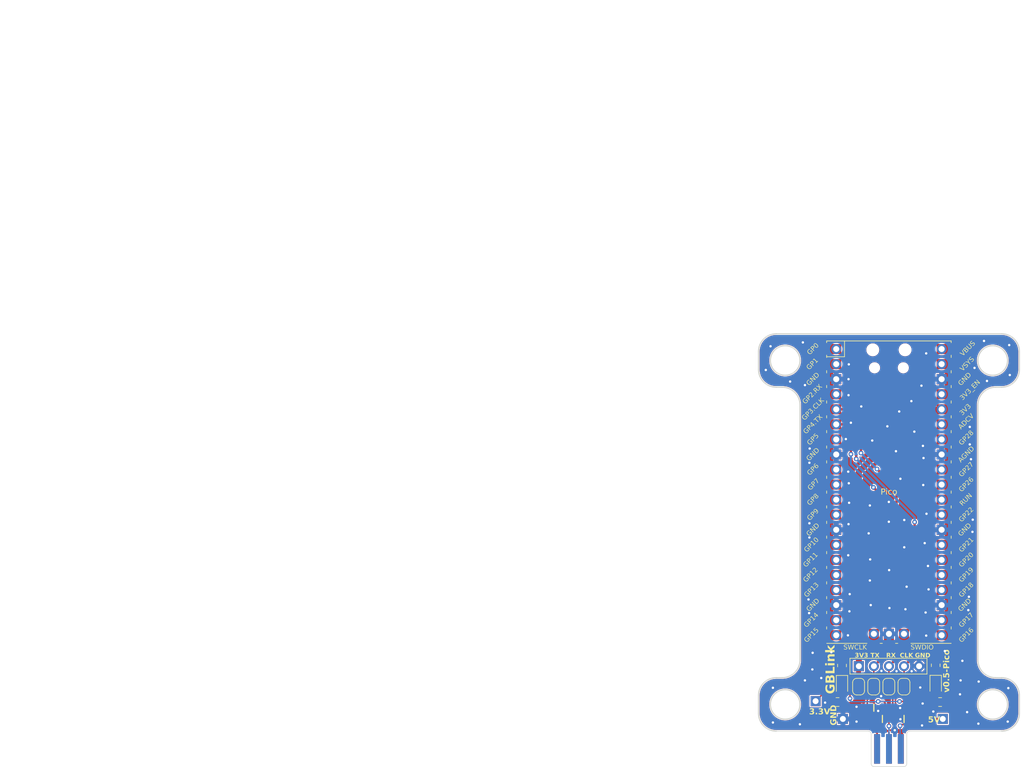
<source format=kicad_pcb>
(kicad_pcb (version 20241030) (generator "pcbnew") (generator_version "8.99")
  (layers (0 "F.Cu" signal) (2 "B.Cu" signal) (13 "F.Paste" user) (15 "B.Paste" user) (5 "F.SilkS" user "F.Silkscreen") (7 "B.SilkS" user "B.Silkscreen") (1 "F.Mask" user) (3 "B.Mask" user) (25 "Edge.Cuts" user) (39 "User.1" signal) (41 "User.2" signal) (43 "User.3" signal) (45 "User.4" signal) (47 "User.5" signal) (49 "User.6" signal) (51 "User.7" signal) (53 "User.8" signal) (55 "User.9" signal "plugins.config"))
  (net 0 "")
  (net 1 "Net-(D1-K)")
  (net 2 "GND")
  (net 3 "+5V")
  (net 4 "+3V3")
  (net 7 "Net-(D2-K)")
  (net 9 "CLK_3V3")
  (net 10 "TX_3V3")
  (net 11 "RX_3V3")
  (net 12 "TX_5V")
  (net 13 "CLK_5V")
  (net 14 "RX_5V")
  (net 45 "Net-(J1-Pin_1)")
  (net 46 "Net-(J1-Pin_3)")
  (net 47 "Net-(J1-Pin_2)")
  (net 48 "Net-(J1-Pin_4)")
  (footprint "Capacitor_SMD:C_0805_2012Metric" (layer "F.Cu") (at 141.25 118.1 180)
    (property "Reference" "C2" (hide yes))
    (property "Value" "C" (hide yes))
    (pad "1" smd roundrect (at -0.95 0 180) (size 1 1.45) (layers "F.Cu" "F.Mask" "F.Paste") (net 4 "+3V3"))
    (pad "2" smd roundrect (at 0.95 0 180) (size 1 1.45) (layers "F.Cu" "F.Mask" "F.Paste") (net 2 "GND"))
  )
  (footprint "Resistor_SMD:R_0805_2012Metric" (layer "F.Cu") (at 142 111.9375 90)
    (property "Reference" "R4" (hide yes))
    (property "Value" "R" (hide yes))
    (pad "1" smd roundrect (at -0.9125 0 90) (size 1.025 1.4) (layers "F.Cu" "F.Mask" "F.Paste") (roundrect_rratio 0.243902) (net 7 "Net-(D2-K)"))
    (pad "2" smd roundrect (at 0.9125 0 90) (size 1.025 1.4) (layers "F.Cu" "F.Mask" "F.Paste") (roundrect_rratio 0.243902) (net 2 "GND"))
  )
  (footprint "gb-link-socket:gb-link-socket" (layer "F.Cu") (at 149.92132 126)
    (property "Reference" "GB1" (hide yes))
    (property "Value" "gb-link-socket" (hide yes))
    (pad "1" connect rect (at -2 0) (size 1 5) (layers "B.Cu" "B.Mask"))
    (pad "2" connect rect (at -2 0) (size 1 5) (layers "F.Cu" "F.Mask") (net 12 "TX_5V"))
    (pad "3" connect rect (at 0 0) (size 1 5) (layers "B.Cu" "B.Mask") (net 14 "RX_5V"))
    (pad "4" connect rect (at 0 0) (size 1 5) (layers "F.Cu" "F.Mask") (net 3 "+5V"))
    (pad "5" connect rect (at 2 0) (size 1 5) (layers "B.Cu" "B.Mask") (net 13 "CLK_5V"))
    (pad "6" connect rect (at 2 0) (size 1 5) (layers "F.Cu" "F.Mask") (net 2 "GND"))
  )
  (footprint "Jumper:SolderJumper-2_P1.3mm_Open_RoundedPad1.0x1.5mm" (layer "F.Cu") (at 144.8 115.5 90)
    (property "Reference" "JP1" (hide yes))
    (property "Value" "SolderJumper_2_Open" (hide yes))
    (pad "1" smd custom (at -0.65 0 90) (size 1 0.5) (layers "F.Cu" "F.Mask") (net 4 "+3V3") (options (clearance outline) (anchor rect)) (primitives (gr_circle (center 0 0.25) (end 0.5 0.25) (width 0) (fill yes)) (gr_circle (center 0 -0.25) (end 0.5 -0.25) (width 0) (fill yes)) (gr_poly (pts (xy 0.5 0.75) (xy 0 0.75) (xy 0 -0.75) (xy 0.5 -0.75)) (width 0) (fill yes))))
    (pad "2" smd custom (at 0.65 0 90) (size 1 0.5) (layers "F.Cu" "F.Mask") (net 45 "Net-(J1-Pin_1)") (options (clearance outline) (anchor rect)) (primitives (gr_circle (center 0 0.25) (end 0.5 0.25) (width 0) (fill yes)) (gr_circle (center 0 -0.25) (end 0.5 -0.25) (width 0) (fill yes)) (gr_poly (pts (xy 0 0.75) (xy -0.5 0.75) (xy -0.5 -0.75) (xy 0 -0.75)) (width 0) (fill yes))))
  )
  (footprint "SN74LVC:SOT65P210X110-5N" (layer "F.Cu") (at 146.265833 120 -90)
    (property "Reference" "U1" (hide yes))
    (property "Value" "SN74LVC1G17QDCKRQ1" (hide yes))
    (pad "1" smd rect (at -0.95 -0.65) (size 0.4 1.2) (layers "F.Cu" "F.Mask" "F.Paste"))
    (pad "2" smd rect (at -0.95 0) (size 0.4 1.2) (layers "F.Cu" "F.Mask" "F.Paste") (net 10 "TX_3V3"))
    (pad "3" smd rect (at -0.95 0.65) (size 0.4 1.2) (layers "F.Cu" "F.Mask" "F.Paste") (net 2 "GND"))
    (pad "4" smd rect (at 0.95 0.65) (size 0.4 1.2) (layers "F.Cu" "F.Mask" "F.Paste") (net 12 "TX_5V"))
    (pad "5" smd rect (at 0.95 -0.65) (size 0.4 1.2) (layers "F.Cu" "F.Mask" "F.Paste") (net 3 "+5V"))
  )
  (footprint "Connector_PinHeader_2.54mm:PinHeader_1x01_P2.54mm_Vertical" (layer "F.Cu") (at 142.15 120.95)
    (property "Reference" "TP2" (hide yes))
    (property "Value" "TestPoint" (hide yes))
    (pad "1" thru_hole rect (at 0 0) (size 1.7 1.7) (drill 1) (layers "*.Cu" "*.Mask") (net 2 "GND"))
  )
  (footprint "LED_SMD:LED_0805_2012Metric" (layer "F.Cu") (at 157.8 115.275 -90)
    (property "Reference" "D1" (hide yes))
    (property "Value" "LED" (hide yes))
    (pad "1" smd roundrect (at -0.9375 0 270) (size 0.975 1.4) (layers "F.Cu" "F.Mask" "F.Paste") (net 1 "Net-(D1-K)"))
    (pad "2" smd roundrect (at 0.9375 0 270) (size 0.975 1.4) (layers "F.Cu" "F.Mask" "F.Paste") (net 3 "+5V"))
  )
  (footprint "Connector_PinHeader_2.54mm:PinHeader_1x01_P2.54mm_Vertical" (layer "F.Cu") (at 159 120.95)
    (property "Reference" "TP1" (hide yes))
    (property "Value" "TestPoint" (hide yes))
    (pad "1" thru_hole rect (at 0 0) (size 1.7 1.7) (drill 1) (layers "*.Cu" "*.Mask") (net 3 "+5V"))
  )
  (footprint "Jumper:SolderJumper-2_P1.3mm_Open_RoundedPad1.0x1.5mm" (layer "F.Cu") (at 147.35 115.5 90)
    (property "Reference" "JP2" (hide yes))
    (property "Value" "SolderJumper_2_Open" (hide yes))
    (pad "1" smd custom (at -0.65 0 90) (size 1 0.5) (layers "F.Cu" "F.Mask") (net 10 "TX_3V3") (options (clearance outline) (anchor rect)) (primitives (gr_circle (center 0 0.25) (end 0.5 0.25) (width 0) (fill yes)) (gr_circle (center 0 -0.25) (end 0.5 -0.25) (width 0) (fill yes)) (gr_poly (pts (xy 0.5 0.75) (xy 0 0.75) (xy 0 -0.75) (xy 0.5 -0.75)) (width 0) (fill yes))))
    (pad "2" smd custom (at 0.65 0 90) (size 1 0.5) (layers "F.Cu" "F.Mask") (net 47 "Net-(J1-Pin_2)") (options (clearance outline) (anchor rect)) (primitives (gr_circle (center 0 0.25) (end 0.5 0.25) (width 0) (fill yes)) (gr_circle (center 0 -0.25) (end 0.5 -0.25) (width 0) (fill yes)) (gr_poly (pts (xy 0 0.75) (xy -0.5 0.75) (xy -0.5 -0.75) (xy 0 -0.75)) (width 0) (fill yes))))
  )
  (footprint "MCU_RaspberryPi_and_Boards:RPi_Pico_SMD_TH" (layer "F.Cu") (at 149.915833 82.7)
    (property "Reference" "Pico" (at 0 0 0) (layer "F.SilkS"))
    (property "Value" "Pico")
    (fp_text user "GP11" (at -13.2 11.43 45) (layer "F.SilkS") (effects (font (size 0.8 0.8))))
    (fp_text user "GND" (at 12.8 -19.05 45) (layer "F.SilkS") (effects (font (size 0.8 0.8))))
    (fp_text user "VSYS" (at 13.2 -21.59 45) (layer "F.SilkS") (effects (font (size 0.8 0.8))))
    (fp_text user "GND" (at 12.8 19.05 45) (layer "F.SilkS") (effects (font (size 0.8 0.8))))
    (fp_text user "GP28" (at 13.054 -9.144 45) (layer "F.SilkS") (effects (font (size 0.8 0.8))))
    (fp_text user "GP13" (at -13.054 16.51 45) (layer "F.SilkS") (effects (font (size 0.8 0.8))))
    (fp_text user "GP27" (at 13.054 -3.8 45) (layer "F.SilkS") (effects (font (size 0.8 0.8))))
    (fp_text user "GP26" (at 13.054 -1.27 45) (layer "F.SilkS") (effects (font (size 0.8 0.8))))
    (fp_text user "GND" (at 12.8 6.35 45) (layer "F.SilkS") (effects (font (size 0.8 0.8))))
    (fp_text user "GP12" (at -13.2 13.97 45) (layer "F.SilkS") (effects (font (size 0.8 0.8))))
    (fp_text user "GND" (at -12.8 19.05 45) (layer "F.SilkS") (effects (font (size 0.8 0.8))))
    (fp_text user "GP4.TX" (at -12.8 -11.43 45) (layer "F.SilkS") (effects (font (size 0.8 0.8))))
    (fp_text user "GP22" (at 13.054 3.81 45) (layer "F.SilkS") (effects (font (size 0.8 0.8))))
    (fp_text user "ADCV" (at 13.034167 -11.9 45) (layer "F.SilkS") (effects (font (size 0.8 0.8))))
    (fp_text user "GP1" (at -12.9 -21.6 45) (layer "F.SilkS") (effects (font (size 0.8 0.8))))
    (fp_text user "GP2.RX" (at -12.9 -16.51 45) (layer "F.SilkS") (effects (font (size 0.8 0.8))))
    (fp_text user "GND" (at -12.8 6.35 45) (layer "F.SilkS") (effects (font (size 0.8 0.8))))
    (fp_text user "3V3" (at 12.9 -13.9 45) (layer "F.SilkS") (effects (font (size 0.8 0.8))))
    (fp_text user "AGND" (at 13.054 -6.35 45) (layer "F.SilkS") (effects (font (size 0.8 0.8))))
    (fp_text user "VBUS" (at 13.3 -24.2 45) (layer "F.SilkS") (effects (font (size 0.8 0.8))))
    (fp_text user "GP7" (at -12.7 -1.3 45) (layer "F.SilkS") (effects (font (size 0.8 0.8))))
    (fp_text user "GP16" (at 13.054 24.13 45) (layer "F.SilkS") (effects (font (size 0.8 0.8))))
    (fp_text user "3V3_EN" (at 13.7 -17.2 45) (layer "F.SilkS") (effects (font (size 0.8 0.8))))
    (fp_text user "GP18" (at 13.054 16.51 45) (layer "F.SilkS") (effects (font (size 0.8 0.8))))
    (fp_text user "GND" (at -12.8 -19.05 45) (layer "F.SilkS") (effects (font (size 0.8 0.8))))
    (fp_text user "GP10" (at -13.054 8.89 45) (layer "F.SilkS") (effects (font (size 0.8 0.8))))
    (fp_text user "GP17" (at 13.054 21.59 45) (layer "F.SilkS") (effects (font (size 0.8 0.8))))
    (fp_text user "GP19" (at 13.054 13.97 45) (layer "F.SilkS") (effects (font (size 0.8 0.8))))
    (fp_text user "SWCLK" (at -5.7 26.2 0) (layer "F.SilkS") (effects (font (size 0.8 0.8))))
    (fp_text user "GP20" (at 13.054 11.43 45) (layer "F.SilkS") (effects (font (size 0.8 0.8))))
    (fp_text user "GP3.CLK" (at -12.8 -13.97 45) (layer "F.SilkS") (effects (font (size 0.8 0.8))))
    (fp_text user "GP21" (at 13.054 8.9 45) (layer "F.SilkS") (effects (font (size 0.8 0.8))))
    (fp_text user "RUN" (at 13 1.27 45) (layer "F.SilkS") (effects (font (size 0.8 0.8))))
    (fp_text user "GP6" (at -12.8 -3.81 45) (layer "F.SilkS") (effects (font (size 0.8 0.8))))
    (fp_text user "GND" (at -12.8 -6.35 45) (layer "F.SilkS") (effects (font (size 0.8 0.8))))
    (fp_text user "SWDIO" (at 5.6 26.2 0) (layer "F.SilkS") (effects (font (size 0.8 0.8))))
    (fp_text user "GP9" (at -12.8 3.81 45) (layer "F.SilkS") (effects (font (size 0.8 0.8))))
    (fp_text user "GP8" (at -12.8 1.27 45) (layer "F.SilkS") (effects (font (size 0.8 0.8))))
    (fp_text user "GP14" (at -13.1 21.59 45) (layer "F.SilkS") (effects (font (size 0.8 0.8))))
    (fp_text user "GP15" (at -13.054 24.13 45) (layer "F.SilkS") (effects (font (size 0.8 0.8))))
    (fp_text user "GP5" (at -12.8 -8.89 45) (layer "F.SilkS") (effects (font (size 0.8 0.8))))
    (fp_text user "GP0" (at -12.8 -24.13 45) (layer "F.SilkS") (effects (font (size 0.8 0.8))))
    (pad "" np_thru_hole oval (at -2.725 -24) (size 1.8 1.8) (drill 1.8) (layers "*.Cu" "*.Mask"))
    (pad "" np_thru_hole oval (at -2.425 -20.97) (size 1.5 1.5) (drill 1.5) (layers "*.Cu" "*.Mask"))
    (pad "" np_thru_hole oval (at 2.425 -20.97) (size 1.5 1.5) (drill 1.5) (layers "*.Cu" "*.Mask"))
    (pad "" np_thru_hole oval (at 2.725 -24) (size 1.8 1.8) (drill 1.8) (layers "*.Cu" "*.Mask"))
    (pad "1" thru_hole oval (at -8.89 -24.13) (size 1.7 1.7) (drill 1.02) (layers "*.Cu" "*.Mask"))
    (pad "1" smd rect (at -8.89 -24.13) (size 3.5 1.7) (drill (offset -0.9 0)) (layers "F.Cu" "F.Mask"))
    (pad "2" thru_hole oval (at -8.89 -21.59) (size 1.7 1.7) (drill 1.02) (layers "*.Cu" "*.Mask"))
    (pad "2" smd rect (at -8.89 -21.59) (size 3.5 1.7) (drill (offset -0.9 0)) (layers "F.Cu" "F.Mask"))
    (pad "3" thru_hole rect (at -8.89 -19.05) (size 1.7 1.7) (drill 1.02) (layers "*.Cu" "*.Mask") (net 2 "GND"))
    (pad "3" smd rect (at -8.89 -19.05) (size 3.5 1.7) (drill (offset -0.9 0)) (layers "F.Cu" "F.Mask") (net 2 "GND"))
    (pad "4" thru_hole oval (at -8.89 -16.51) (size 1.7 1.7) (drill 1.02) (layers "*.Cu" "*.Mask") (net 46 "Net-(J1-Pin_3)"))
    (pad "4" smd rect (at -8.89 -16.51) (size 3.5 1.7) (drill (offset -0.9 0)) (layers "F.Cu" "F.Mask") (net 46 "Net-(J1-Pin_3)"))
    (pad "5" thru_hole oval (at -8.89 -13.97) (size 1.7 1.7) (drill 1.02) (layers "*.Cu" "*.Mask") (net 48 "Net-(J1-Pin_4)"))
    (pad "5" smd rect (at -8.89 -13.97) (size 3.5 1.7) (drill (offset -0.9 0)) (layers "F.Cu" "F.Mask") (net 48 "Net-(J1-Pin_4)"))
    (pad "6" thru_hole oval (at -8.89 -11.43) (size 1.7 1.7) (drill 1.02) (layers "*.Cu" "*.Mask") (net 47 "Net-(J1-Pin_2)"))
    (pad "6" smd rect (at -8.89 -11.43) (size 3.5 1.7) (drill (offset -0.9 0)) (layers "F.Cu" "F.Mask") (net 47 "Net-(J1-Pin_2)"))
    (pad "7" thru_hole oval (at -8.89 -8.89) (size 1.7 1.7) (drill 1.02) (layers "*.Cu" "*.Mask"))
    (pad "7" smd rect (at -8.89 -8.89) (size 3.5 1.7) (drill (offset -0.9 0)) (layers "F.Cu" "F.Mask"))
    (pad "8" thru_hole rect (at -8.89 -6.35) (size 1.7 1.7) (drill 1.02) (layers "*.Cu" "*.Mask") (net 2 "GND"))
    (pad "8" smd rect (at -8.89 -6.35) (size 3.5 1.7) (drill (offset -0.9 0)) (layers "F.Cu" "F.Mask") (net 2 "GND"))
    (pad "9" thru_hole oval (at -8.89 -3.81) (size 1.7 1.7) (drill 1.02) (layers "*.Cu" "*.Mask"))
    (pad "9" smd rect (at -8.89 -3.81) (size 3.5 1.7) (drill (offset -0.9 0)) (layers "F.Cu" "F.Mask"))
    (pad "10" thru_hole oval (at -8.89 -1.27) (size 1.7 1.7) (drill 1.02) (layers "*.Cu" "*.Mask"))
    (pad "10" smd rect (at -8.89 -1.27) (size 3.5 1.7) (drill (offset -0.9 0)) (layers "F.Cu" "F.Mask"))
    (pad "11" thru_hole oval (at -8.89 1.27) (size 1.7 1.7) (drill 1.02) (layers "*.Cu" "*.Mask"))
    (pad "11" smd rect (at -8.89 1.27) (size 3.5 1.7) (drill (offset -0.9 0)) (layers "F.Cu" "F.Mask"))
    (pad "12" thru_hole oval (at -8.89 3.81) (size 1.7 1.7) (drill 1.02) (layers "*.Cu" "*.Mask"))
    (pad "12" smd rect (at -8.89 3.81) (size 3.5 1.7) (drill (offset -0.9 0)) (layers "F.Cu" "F.Mask"))
    (pad "13" thru_hole rect (at -8.89 6.35) (size 1.7 1.7) (drill 1.02) (layers "*.Cu" "*.Mask") (net 2 "GND"))
    (pad "13" smd rect (at -8.89 6.35) (size 3.5 1.7) (drill (offset -0.9 0)) (layers "F.Cu" "F.Mask") (net 2 "GND"))
    (pad "14" thru_hole oval (at -8.89 8.89) (size 1.7 1.7) (drill 1.02) (layers "*.Cu" "*.Mask"))
    (pad "14" smd rect (at -8.89 8.89) (size 3.5 1.7) (drill (offset -0.9 0)) (layers "F.Cu" "F.Mask"))
    (pad "15" thru_hole oval (at -8.89 11.43) (size 1.7 1.7) (drill 1.02) (layers "*.Cu" "*.Mask"))
    (pad "15" smd rect (at -8.89 11.43) (size 3.5 1.7) (drill (offset -0.9 0)) (layers "F.Cu" "F.Mask"))
    (pad "16" thru_hole oval (at -8.89 13.97) (size 1.7 1.7) (drill 1.02) (layers "*.Cu" "*.Mask"))
    (pad "16" smd rect (at -8.89 13.97) (size 3.5 1.7) (drill (offset -0.9 0)) (layers "F.Cu" "F.Mask"))
    (pad "17" thru_hole oval (at -8.89 16.51) (size 1.7 1.7) (drill 1.02) (layers "*.Cu" "*.Mask"))
    (pad "17" smd rect (at -8.89 16.51) (size 3.5 1.7) (drill (offset -0.9 0)) (layers "F.Cu" "F.Mask"))
    (pad "18" thru_hole rect (at -8.89 19.05) (size 1.7 1.7) (drill 1.02) (layers "*.Cu" "*.Mask") (net 2 "GND"))
    (pad "18" smd rect (at -8.89 19.05) (size 3.5 1.7) (drill (offset -0.9 0)) (layers "F.Cu" "F.Mask") (net 2 "GND"))
    (pad "19" thru_hole oval (at -8.89 21.59) (size 1.7 1.7) (drill 1.02) (layers "*.Cu" "*.Mask"))
    (pad "19" smd rect (at -8.89 21.59) (size 3.5 1.7) (drill (offset -0.9 0)) (layers "F.Cu" "F.Mask"))
    (pad "20" thru_hole oval (at -8.89 24.13) (size 1.7 1.7) (drill 1.02) (layers "*.Cu" "*.Mask"))
    (pad "20" smd rect (at -8.89 24.13) (size 3.5 1.7) (drill (offset -0.9 0)) (layers "F.Cu" "F.Mask"))
    (pad "21" thru_hole oval (at 8.89 24.13) (size 1.7 1.7) (drill 1.02) (layers "*.Cu" "*.Mask"))
    (pad "21" smd rect (at 8.89 24.13) (size 3.5 1.7) (drill (offset 0.9 0)) (layers "F.Cu" "F.Mask"))
    (pad "22" thru_hole oval (at 8.89 21.59) (size 1.7 1.7) (drill 1.02) (layers "*.Cu" "*.Mask"))
    (pad "22" smd rect (at 8.89 21.59) (size 3.5 1.7) (drill (offset 0.9 0)) (layers "F.Cu" "F.Mask"))
    (pad "23" thru_hole rect (at 8.89 19.05) (size 1.7 1.7) (drill 1.02) (layers "*.Cu" "*.Mask") (net 2 "GND"))
    (pad "23" smd rect (at 8.89 19.05) (size 3.5 1.7) (drill (offset 0.9 0)) (layers "F.Cu" "F.Mask") (net 2 "GND"))
    (pad "24" thru_hole oval (at 8.89 16.51) (size 1.7 1.7) (drill 1.02) (layers "*.Cu" "*.Mask"))
    (pad "24" smd rect (at 8.89 16.51) (size 3.5 1.7) (drill (offset 0.9 0)) (layers "F.Cu" "F.Mask"))
    (pad "25" thru_hole oval (at 8.89 13.97) (size 1.7 1.7) (drill 1.02) (layers "*.Cu" "*.Mask"))
    (pad "25" smd rect (at 8.89 13.97) (size 3.5 1.7) (drill (offset 0.9 0)) (layers "F.Cu" "F.Mask"))
    (pad "26" thru_hole oval (at 8.89 11.43) (size 1.7 1.7) (drill 1.02) (layers "*.Cu" "*.Mask"))
    (pad "26" smd rect (at 8.89 11.43) (size 3.5 1.7) (drill (offset 0.9 0)) (layers "F.Cu" "F.Mask"))
    (pad "27" thru_hole oval (at 8.89 8.89) (size 1.7 1.7) (drill 1.02) (layers "*.Cu" "*.Mask"))
    (pad "27" smd rect (at 8.89 8.89) (size 3.5 1.7) (drill (offset 0.9 0)) (layers "F.Cu" "F.Mask"))
    (pad "28" thru_hole rect (at 8.89 6.35) (size 1.7 1.7) (drill 1.02) (layers "*.Cu" "*.Mask") (net 2 "GND"))
    (pad "28" smd rect (at 8.89 6.35) (size 3.5 1.7) (drill (offset 0.9 0)) (layers "F.Cu" "F.Mask") (net 2 "GND"))
    (pad "29" thru_hole oval (at 8.89 3.81) (size 1.7 1.7) (drill 1.02) (layers "*.Cu" "*.Mask"))
    (pad "29" smd rect (at 8.89 3.81) (size 3.5 1.7) (drill (offset 0.9 0)) (layers "F.Cu" "F.Mask"))
    (pad "30" thru_hole oval (at 8.89 1.27) (size 1.7 1.7) (drill 1.02) (layers "*.Cu" "*.Mask"))
    (pad "30" smd rect (at 8.89 1.27) (size 3.5 1.7) (drill (offset 0.9 0)) (layers "F.Cu" "F.Mask"))
    (pad "31" thru_hole oval (at 8.89 -1.27) (size 1.7 1.7) (drill 1.02) (layers "*.Cu" "*.Mask"))
    (pad "31" smd rect (at 8.89 -1.27) (size 3.5 1.7) (drill (offset 0.9 0)) (layers "F.Cu" "F.Mask"))
    (pad "32" thru_hole oval (at 8.89 -3.81) (size 1.7 1.7) (drill 1.02) (layers "*.Cu" "*.Mask"))
    (pad "32" smd rect (at 8.89 -3.81) (size 3.5 1.7) (drill (offset 0.9 0)) (layers "F.Cu" "F.Mask"))
    (pad "33" thru_hole rect (at 8.89 -6.35) (size 1.7 1.7) (drill 1.02) (layers "*.Cu" "*.Mask") (net 2 "GND"))
    (pad "33" smd rect (at 8.89 -6.35) (size 3.5 1.7) (drill (offset 0.9 0)) (layers "F.Cu" "F.Mask") (net 2 "GND"))
    (pad "34" thru_hole oval (at 8.89 -8.89) (size 1.7 1.7) (drill 1.02) (layers "*.Cu" "*.Mask"))
    (pad "34" smd rect (at 8.89 -8.89) (size 3.5 1.7) (drill (offset 0.9 0)) (layers "F.Cu" "F.Mask"))
    (pad "35" thru_hole oval (at 8.89 -11.43) (size 1.7 1.7) (drill 1.02) (layers "*.Cu" "*.Mask"))
    (pad "35" smd rect (at 8.89 -11.43) (size 3.5 1.7) (drill (offset 0.9 0)) (layers "F.Cu" "F.Mask"))
    (pad "36" thru_hole oval (at 8.89 -13.97) (size 1.7 1.7) (drill 1.02) (layers "*.Cu" "*.Mask") (net 45 "Net-(J1-Pin_1)"))
    (pad "36" smd rect (at 8.89 -13.97) (size 3.5 1.7) (drill (offset 0.9 0)) (layers "F.Cu" "F.Mask") (net 45 "Net-(J1-Pin_1)"))
    (pad "37" thru_hole oval (at 8.89 -16.51) (size 1.7 1.7) (drill 1.02) (layers "*.Cu" "*.Mask"))
    (pad "37" smd rect (at 8.89 -16.51) (size 3.5 1.7) (drill (offset 0.9 0)) (layers "F.Cu" "F.Mask"))
    (pad "38" thru_hole rect (at 8.89 -19.05) (size 1.7 1.7) (drill 1.02) (layers "*.Cu" "*.Mask") (net 2 "GND"))
    (pad "38" smd rect (at 8.89 -19.05) (size 3.5 1.7) (drill (offset 0.9 0)) (layers "F.Cu" "F.Mask") (net 2 "GND"))
    (pad "39" thru_hole oval (at 8.89 -21.59) (size 1.7 1.7) (drill 1.02) (layers "*.Cu" "*.Mask"))
    (pad "39" smd rect (at 8.89 -21.59) (size 3.5 1.7) (drill (offset 0.9 0)) (layers "F.Cu" "F.Mask"))
    (pad "40" thru_hole oval (at 8.89 -24.13) (size 1.7 1.7) (drill 1.02) (layers "*.Cu" "*.Mask"))
    (pad "40" smd rect (at 8.89 -24.13) (size 3.5 1.7) (drill (offset 0.9 0)) (layers "F.Cu" "F.Mask"))
    (pad "41" thru_hole oval (at -2.54 23.9) (size 1.7 1.7) (drill 1.02) (layers "*.Cu" "*.Mask"))
    (pad "41" smd rect (at -2.54 23.9 90) (size 3.5 1.7) (drill (offset -0.9 0)) (layers "F.Cu" "F.Mask"))
    (pad "42" thru_hole rect (at 0 23.9) (size 1.7 1.7) (drill 1.02) (layers "*.Cu" "*.Mask") (net 2 "GND"))
    (pad "42" smd rect (at 0 23.9 90) (size 3.5 1.7) (drill (offset -0.9 0)) (layers "F.Cu" "F.Mask") (net 2 "GND"))
    (pad "43" thru_hole oval (at 2.54 23.9) (size 1.7 1.7) (drill 1.02) (layers "*.Cu" "*.Mask"))
    (pad "43" smd rect (at 2.54 23.9 90) (size 3.5 1.7) (drill (offset -0.9 0)) (layers "F.Cu" "F.Mask"))
  )
  (footprint "Jumper:SolderJumper-2_P1.3mm_Open_RoundedPad1.0x1.5mm" (layer "F.Cu") (at 149.9 115.5 90)
    (property "Reference" "JP3" (hide yes))
    (property "Value" "SolderJumper_2_Open" (hide yes))
    (pad "1" smd custom (at -0.65 0 90) (size 1 0.5) (layers "F.Cu" "F.Mask") (net 11 "RX_3V3") (options (clearance outline) (anchor rect)) (primitives (gr_circle (center 0 0.25) (end 0.5 0.25) (width 0) (fill yes)) (gr_circle (center 0 -0.25) (end 0.5 -0.25) (width 0) (fill yes)) (gr_poly (pts (xy 0.5 0.75) (xy 0 0.75) (xy 0 -0.75) (xy 0.5 -0.75)) (width 0) (fill yes))))
    (pad "2" smd custom (at 0.65 0 90) (size 1 0.5) (layers "F.Cu" "F.Mask") (net 46 "Net-(J1-Pin_3)") (options (clearance outline) (anchor rect)) (primitives (gr_circle (center 0 0.25) (end 0.5 0.25) (width 0) (fill yes)) (gr_circle (center 0 -0.25) (end 0.5 -0.25) (width 0) (fill yes)) (gr_poly (pts (xy 0 0.75) (xy -0.5 0.75) (xy -0.5 -0.75) (xy 0 -0.75)) (width 0) (fill yes))))
  )
  (footprint "Connector_PinHeader_2.54mm:PinHeader_1x01_P2.54mm_Vertical" (layer "F.Cu") (at 137.55 117.95)
    (property "Reference" "TP3" (hide yes))
    (property "Value" "TestPoint")
    (pad "1" thru_hole rect (at 0 0) (size 1.7 1.7) (drill 1) (layers "*.Cu" "*.Mask") (net 4 "+3V3"))
  )
  (footprint "SN74LVC:SOT65P210X110-5N" (layer "F.Cu") (at 149.915833 120 90)
    (property "Reference" "U2" (hide yes))
    (property "Value" "SN74LVC1G17QDCKRQ1" (hide yes))
    (pad "1" smd rect (at -0.95 -0.65 180) (size 0.4 1.2) (layers "F.Cu" "F.Mask" "F.Paste"))
    (pad "2" smd rect (at -0.95 0 180) (size 0.4 1.2) (layers "F.Cu" "F.Mask" "F.Paste") (net 14 "RX_5V"))
    (pad "3" smd rect (at -0.95 0.65 180) (size 0.4 1.2) (layers "F.Cu" "F.Mask" "F.Paste") (net 2 "GND"))
    (pad "4" smd rect (at 0.95 0.65 180) (size 0.4 1.2) (layers "F.Cu" "F.Mask" "F.Paste") (net 11 "RX_3V3"))
    (pad "5" smd rect (at 0.95 -0.65 180) (size 0.4 1.2) (layers "F.Cu" "F.Mask" "F.Paste") (net 4 "+3V3"))
  )
  (footprint "SN74LVC:SOT65P210X110-5N" (layer "F.Cu") (at 153.565833 120 90)
    (property "Reference" "U3" (hide yes))
    (property "Value" "SN74LVC1G17QDCKRQ1" (hide yes))
    (pad "1" smd rect (at -0.95 -0.65 180) (size 0.4 1.2) (layers "F.Cu" "F.Mask" "F.Paste"))
    (pad "2" smd rect (at -0.95 0 180) (size 0.4 1.2) (layers "F.Cu" "F.Mask" "F.Paste") (net 13 "CLK_5V"))
    (pad "3" smd rect (at -0.95 0.65 180) (size 0.4 1.2) (layers "F.Cu" "F.Mask" "F.Paste") (net 2 "GND"))
    (pad "4" smd rect (at 0.95 0.65 180) (size 0.4 1.2) (layers "F.Cu" "F.Mask" "F.Paste") (net 9 "CLK_3V3"))
    (pad "5" smd rect (at 0.95 -0.65 180) (size 0.4 1.2) (layers "F.Cu" "F.Mask" "F.Paste") (net 4 "+3V3"))
  )
  (footprint "Resistor_SMD:R_0805_2012Metric" (layer "F.Cu") (at 157.8 111.9 90)
    (property "Reference" "R3" (hide yes))
    (property "Value" "R")
    (pad "1" smd roundrect (at -0.9125 0 90) (size 1.025 1.4) (layers "F.Cu" "F.Mask" "F.Paste") (roundrect_rratio 0.243902) (net 1 "Net-(D1-K)"))
    (pad "2" smd roundrect (at 0.9125 0 90) (size 1.025 1.4) (layers "F.Cu" "F.Mask" "F.Paste") (roundrect_rratio 0.243902) (net 2 "GND"))
  )
  (footprint "Capacitor_SMD:C_0805_2012Metric" (layer "F.Cu") (at 158.55 118.1)
    (property "Reference" "C1" (hide yes))
    (property "Value" "C")
    (pad "1" smd roundrect (at -0.95 0) (size 1 1.45) (layers "F.Cu" "F.Mask" "F.Paste") (net 3 "+5V"))
    (pad "2" smd roundrect (at 0.95 0) (size 1 1.45) (layers "F.Cu" "F.Mask" "F.Paste") (net 2 "GND"))
  )
  (footprint "Connector_PinHeader_2.54mm:PinHeader_1x05_P2.54mm_Vertical" (layer "F.Cu") (at 144.840833 112.05 90)
    (property "Reference" "J1" (hide yes))
    (property "Value" "Conn_01x05" (hide yes))
    (pad "1" thru_hole rect (at 0 0 90) (size 1.7 1.7) (drill 1) (layers "*.Cu" "*.Mask") (net 45 "Net-(J1-Pin_1)"))
    (pad "2" thru_hole oval (at 0 2.54 90) (size 1.7 1.7) (drill 1) (layers "*.Cu" "*.Mask") (net 47 "Net-(J1-Pin_2)"))
    (pad "3" thru_hole oval (at 0 5.08 90) (size 1.7 1.7) (drill 1) (layers "*.Cu" "*.Mask") (net 46 "Net-(J1-Pin_3)"))
    (pad "4" thru_hole oval (at 0 7.62 90) (size 1.7 1.7) (drill 1) (layers "*.Cu" "*.Mask") (net 48 "Net-(J1-Pin_4)"))
    (pad "5" thru_hole oval (at 0 10.16 90) (size 1.7 1.7) (drill 1) (layers "*.Cu" "*.Mask") (net 2 "GND"))
  )
  (footprint "LED_SMD:LED_0805_2012Metric" (layer "F.Cu") (at 142 115.3 -90)
    (property "Reference" "D2" (hide yes))
    (property "Value" "LED" (hide yes))
    (pad "1" smd roundrect (at -0.9375 0 270) (size 0.975 1.4) (layers "F.Cu" "F.Mask" "F.Paste") (net 7 "Net-(D2-K)"))
    (pad "2" smd roundrect (at 0.9375 0 270) (size 0.975 1.4) (layers "F.Cu" "F.Mask" "F.Paste") (net 4 "+3V3"))
  )
  (footprint "Jumper:SolderJumper-2_P1.3mm_Open_RoundedPad1.0x1.5mm" (layer "F.Cu") (at 152.45 115.5 90)
    (property "Reference" "JP4" (hide yes))
    (property "Value" "SolderJumper_2_Open" (hide yes))
    (pad "1" smd custom (at -0.65 0 90) (size 1 0.5) (layers "F.Cu" "F.Mask") (net 9 "CLK_3V3") (options (clearance outline) (anchor rect)) (primitives (gr_circle (center 0 0.25) (end 0.5 0.25) (width 0) (fill yes)) (gr_circle (center 0 -0.25) (end 0.5 -0.25) (width 0) (fill yes)) (gr_poly (pts (xy 0.5 0.75) (xy 0 0.75) (xy 0 -0.75) (xy 0.5 -0.75)) (width 0) (fill yes))))
    (pad "2" smd custom (at 0.65 0 90) (size 1 0.5) (layers "F.Cu" "F.Mask") (net 48 "Net-(J1-Pin_4)") (options (clearance outline) (anchor rect)) (primitives (gr_circle (center 0 0.25) (end 0.5 0.25) (width 0) (fill yes)) (gr_circle (center 0 -0.25) (end 0.5 -0.25) (width 0) (fill yes)) (gr_poly (pts (xy 0 0.75) (xy -0.5 0.75) (xy -0.5 -0.75) (xy 0 -0.75)) (width 0) (fill yes))))
  )
  (gr_circle (center 132.42132 60.5) (end 134.92132 60.5) (stroke (width 0.2)) (fill none) (layer "Edge.Cuts"))
  (gr_line (start 168.92132 56) (end 130.92132 56) (stroke (width 0.2)) (layer "Edge.Cuts"))
  (gr_arc (start 130.92132 65) (mid 128.8 64.12132) (end 127.92132 62) (stroke (width 0.2)) (layer "Edge.Cuts"))
  (gr_line (start 131.92132 114) (end 130.92132 114) (stroke (width 0.2)) (layer "Edge.Cuts"))
  (gr_arc (start 127.92132 59) (mid 128.8 56.87868) (end 130.92132 56) (stroke (width 0.2)) (layer "Edge.Cuts"))
  (gr_arc (start 131.92132 65) (mid 134.04264 65.87868) (end 134.92132 68) (stroke (width 0.2)) (layer "Edge.Cuts"))
  (gr_line (start 167.92132 114) (end 168.92132 114) (stroke (width 0.2)) (layer "Edge.Cuts"))
  (gr_arc (start 168.92132 56) (mid 171.04264 56.87868) (end 171.92132 59) (stroke (width 0.2)) (layer "Edge.Cuts"))
  (gr_arc (start 168.92132 114) (mid 171.04264 114.87868) (end 171.92132 117) (stroke (width 0.2)) (layer "Edge.Cuts"))
  (gr_line (start 127.92132 62) (end 127.92132 59) (stroke (width 0.2)) (layer "Edge.Cuts"))
  (gr_line (start 134.92132 68) (end 134.92132 111) (stroke (width 0.2)) (layer "Edge.Cuts"))
  (gr_arc (start 147.42132 129) (mid 147.067767 128.853553) (end 146.92132 128.5) (stroke (width 0.1)) (layer "Edge.Cuts"))
  (gr_line (start 147.42132 129) (end 152.42132 129) (stroke (width 0.1)) (layer "Edge.Cuts"))
  (gr_arc (start 171.92132 120) (mid 171.04264 122.12132) (end 168.92132 123) (stroke (width 0.2)) (layer "Edge.Cuts"))
  (gr_line (start 153.42132 123) (end 168.92132 123) (stroke (width 0.1)) (layer "Edge.Cuts"))
  (gr_line (start 127.92132 120) (end 127.92132 117) (stroke (width 0.2)) (layer "Edge.Cuts"))
  (gr_arc (start 146.42132 123) (mid 146.774873 123.146447) (end 146.92132 123.5) (stroke (width 0.1)) (layer "Edge.Cuts"))
  (gr_line (start 167.92132 65) (end 168.92132 65) (stroke (width 0.2)) (layer "Edge.Cuts"))
  (gr_arc (start 127.92132 117) (mid 128.8 114.87868) (end 130.92132 114) (stroke (width 0.2)) (layer "Edge.Cuts"))
  (gr_line (start 130.92132 123) (end 146.42132 123) (stroke (width 0.1)) (layer "Edge.Cuts"))
  (gr_arc (start 134.92132 111) (mid 134.04264 113.12132) (end 131.92132 114) (stroke (width 0.2)) (layer "Edge.Cuts"))
  (gr_circle (center 132.42132 118.5) (end 134.92132 118.5) (stroke (width 0.2)) (fill none) (layer "Edge.Cuts"))
  (gr_line (start 164.92132 68) (end 164.92132 111) (stroke (width 0.2)) (layer "Edge.Cuts"))
  (gr_arc (start 164.92132 68) (mid 165.8 65.87868) (end 167.92132 65) (stroke (width 0.2)) (layer "Edge.Cuts"))
  (gr_line (start 171.92132 59) (end 171.92132 62) (stroke (width 0.2)) (layer "Edge.Cuts"))
  (gr_line (start 171.92132 120) (end 171.92132 117) (stroke (width 0.2)) (layer "Edge.Cuts"))
  (gr_line (start 152.92132 128.5) (end 152.92132 123.5) (stroke (width 0.1)) (layer "Edge.Cuts"))
  (gr_circle (center 167.42132 60.5) (end 169.92132 60.5) (stroke (width 0.2)) (fill none) (layer "Edge.Cuts"))
  (gr_arc (start 152.92132 128.5) (mid 152.774873 128.853553) (end 152.42132 129) (stroke (width 0.1)) (layer "Edge.Cuts"))
  (gr_arc (start 167.92132 114) (mid 165.8 113.12132) (end 164.92132 111) (stroke (width 0.2)) (layer "Edge.Cuts"))
  (gr_arc (start 171.92132 62) (mid 171.04264 64.12132) (end 168.92132 65) (stroke (width 0.2)) (layer "Edge.Cuts"))
  (gr_arc (start 130.92132 123) (mid 128.8 122.12132) (end 127.92132 120) (stroke (width 0.2)) (layer "Edge.Cuts"))
  (gr_line (start 146.92132 128.5) (end 146.92132 123.5) (stroke (width 0.1)) (layer "Edge.Cuts"))
  (gr_arc (start 152.92132 123.5) (mid 153.067767 123.146447) (end 153.42132 123) (stroke (width 0.1)) (layer "Edge.Cuts"))
  (gr_line (start 131.92132 65) (end 130.92132 65) (stroke (width 0.2)) (layer "Edge.Cuts"))
  (gr_circle (center 167.42132 118.5) (end 169.92132 118.5) (stroke (width 0.2)) (fill none) (layer "Edge.Cuts"))
  (gr_text "v0.5-Pico" (at 160.25 116.5 90) (layer "F.SilkS") (effects (font (size 1 1) (thickness 0.25) (bold yes)) (justify left bottom)))
  (gr_text "CLK\n" (at 151.750833 110.7 0) (layer "F.SilkS") (effects (font (size 0.75 0.75) (thickness 0.125) (bold yes)) (justify left bottom)))
  (gr_text "3.3V\n" (at 136.45 120.35 0) (layer "F.SilkS") (effects (font (size 1 1) (thickness 0.25) (bold yes)) (justify left bottom)))
  (gr_text "3V3" (at 144.150833 110.7 0) (layer "F.SilkS") (effects (font (size 0.75 0.75) (thickness 0.125) (bold yes)) (justify left bottom)))
  (gr_text "GBLink" (at 141 116.75 90) (layer "F.SilkS") (effects (font (size 1.5 1.5) (thickness 0.3) (bold yes)) (justify left bottom)))
  (gr_text "GND" (at 154.300833 110.7 0) (layer "F.SilkS") (effects (font (size 0.75 0.75) (thickness 0.125) (bold yes)) (justify left bottom)))
  (gr_text "RX" (at 149.450833 110.7 0) (layer "F.SilkS") (effects (font (size 0.75 0.75) (thickness 0.125) (bold yes)) (justify left bottom)))
  (gr_text "GND" (at 141.2 122.05 90) (layer "F.SilkS") (effects (font (size 1 1) (thickness 0.25) (bold yes)) (justify left bottom)))
  (gr_text "TX" (at 146.800833 110.7 0) (layer "F.SilkS") (effects (font (size 0.75 0.75) (thickness 0.125) (bold yes)) (justify left bottom)))
  (gr_text "5V" (at 156.5 121.7 0) (layer "F.SilkS") (effects (font (size 1 1) (thickness 0.25) (bold yes)) (justify left bottom)))
  (segment (start 157.8 114.3375) (end 157.8 112.8125) (width 0.4) (layer "F.Cu") (net 1))
  (segment (start 151.92132 126) (end 151.92132 124.42132) (width 0.25) (layer "F.Cu") (net 2))
  (segment (start 151.92132 126) (end 151.92132 123.97868) (width 0.25) (layer "F.Cu") (net 2))
  (segment (start 155.015833 112.065) (end 155.000833 112.05) (width 0.25) (layer "F.Cu") (net 2))
  (via (at 156.5 95.15) (size 0.8) (drill 0.4) (layers "F.Cu" "B.Cu") (net 2))
  (via (at 142.65 73.75) (size 0.8) (drill 0.4) (layers "F.Cu" "B.Cu") (net 2))
  (via (at 137.05 109.8) (size 0.8) (drill 0.4) (layers "F.Cu" "B.Cu") (net 2))
  (via (at 152.5 92) (size 0.8) (drill 0.4) (layers "F.Cu" "B.Cu") (net 2))
  (via (at 136.5 77.75) (size 0.8) (drill 0.4) (layers "F.Cu" "B.Cu") (net 2))
  (via (at 156.1 103) (size 0.8) (drill 0.4) (layers "F.Cu" "B.Cu") (net 2))
  (via (at 148.6 117.1) (size 0.8) (drill 0.4) (layers "F.Cu" "B.Cu") (net 2))
  (via (at 136.5 90.35) (size 0.8) (drill 0.4) (layers "F.Cu" "B.Cu") (net 2))
  (via (at 164 89.4) (size 0.8) (drill 0.4) (layers "F.Cu" "B.Cu") (net 2))
  (via (at 136.45 103.1) (size 0.8) (drill 0.4) (layers "F.Cu" "B.Cu") (net 2))
  (via (at 151.85 80.45) (size 0.8) (drill 0.4) (layers "F.Cu" "B.Cu") (net 2))
  (via (at 143.05 93.35) (size 0.8) (drill 0.4) (layers "F.Cu" "B.Cu") (net 2))
  (via (at 163.75 77.15) (size 0.8) (drill 0.4) (layers "F.Cu" "B.Cu") (net 2))
  (via (at 146.75 94.05) (size 0.8) (drill 0.4) (layers "F.Cu" "B.Cu") (net 2))
  (via (at 155.5 122.05) (size 0.8) (drill 0.4) (layers "F.Cu" "B.Cu") (net 2))
  (via (at 152.7 102.45) (size 0.8) (drill 0.4) (layers "F.Cu" "B.Cu") (net 2))
  (via (at 143 106.85) (size 0.8) (drill 0.4) (layers "F.Cu" "B.Cu") (net 2))
  (via (at 153.7 67.35) (size 0.8) (drill 0.4) (layers "F.Cu" "B.Cu") (net 2))
  (via (at 152.9 98.65) (size 0.8) (drill 0.4) (layers "F.Cu" "B.Cu") (net 2))
  (via (at 155.7 81.5) (size 0.8) (drill 0.4) (layers "F.Cu" "B.Cu") (net 2))
  (via (at 163.3 102.6) (size 0.8) (drill 0.4) (layers "F.Cu" "B.Cu") (net 2))
  (via (at 151.85 121) (size 0.8) (drill 0.4) (layers "F.Cu" "B.Cu") (net 2))
  (via (at 165 121.75) (size 0.8) (drill 0.4) (layers "F.Cu" "B.Cu") (net 2))
  (via (at 138.5 114.05) (size 0.8) (drill 0.4) (layers "F.Cu" "B.Cu") (net 2))
  (via (at 150.9 122.85) (size 0.8) (drill 0.4) (layers "F.Cu" "B.Cu") (net 2))
  (via (at 154.2 72.5) (size 0.8) (drill 0.4) (layers "F.Cu" "B.Cu") (net 2))
  (via (at 169.95 121.4) (size 0.8) (drill 0.4) (layers "F.Cu" "B.Cu") (net 2))
  (via (at 151.2 112.9) (size 0.8) (drill 0.4) (layers "F.Cu" "B.Cu") (net 2))
  (via (at 133.25 64.05) (size 0.8) (drill 0.4) (layers "F.Cu" "B.Cu") (net 2))
  (via (at 153.75 112.9) (size 0.8) (drill 0.4) (layers "F.Cu" "B.Cu") (net 2))
  (via (at 156.2 59.3) (size 0.8) (drill 0.4) (layers "F.Cu" "B.Cu") (net 2))
  (via (at 146.7 97.6) (size 0.8) (drill 0.4) (layers "F.Cu" "B.Cu") (net 2))
  (via (at 149.9 87.7) (size 0.8) (drill 0.4) (layers "F.Cu" "B.Cu") (net 2))
  (via (at 155.65 74.9) (size 0.8) (drill 0.4) (layers "F.Cu" "B.Cu") (net 2))
  (via (at 147.1 74) (size 0.8) (drill 0.4) (layers "F.Cu" "B.Cu") (net 2))
  (via (at 146.7 84.95) (size 0.8) (drill 0.4) (layers "F.Cu" "B.Cu") (net 2))
  (via (at 165.95 57.2) (size 0.8) (drill 0.4) (layers "F.Cu" "B.Cu") (net 2))
  (via (at 140.2 109.7) (size 0.8) (drill 0.4) (layers "F.Cu" "B.Cu") (net 2))
  (via (at 143.1 88.1) (size 0.8) (drill 0.4) (layers "F.Cu" "B.Cu") (net 2))
  (via (at 170.05 115.75) (size 0.8) (drill 0.4) (layers "F.Cu" "B.Cu") (net 2))
  (via (at 156.2 106.9) (size 0.8) (drill 0.4) (layers "F.Cu" "B.Cu") (net 2))
  (via (at 155.95 91.3) (size 0.8) (drill 0.4) (layers "F.Cu" "B.Cu") (net 2))
  (via (at 136.35 100.8) (size 0.8) (drill 0.4) (layers "F.Cu" "B.Cu") (net 2))
  (via (at 149.65 71.6) (size 0.8) (drill 0.4) (layers "F.Cu" "B.Cu") (net 2))
  (via (at 143.15 61.15) (size 0.8) (drill 0.4) (layers "F.Cu" "B.Cu") (net 2))
  (via (at 143.05 79.25) (size 0.8) (drill 0.4) (layers "F.Cu" "B.Cu") (net 2))
  (via (at 129.15 62.1) (size 0.8) (drill 0.4) (layers "F.Cu" "B.Cu") (net 2))
  (via (at 157.4 119.7) (size 0.8) (drill 0.4) (layers "F.Cu" "B.Cu") (net 2))
  (via (at 143.3 99.9) (size 0.8) (drill 0.4) (layers "F.Cu" "B.Cu") (net 2))
  (via (at 135.75 64.65) (size 0.8) (drill 0.4) (layers "F.Cu" "B.Cu") (net 2))
  (via (at 155.2 115.65) (size 0.8) (drill 0.4) (layers "F.Cu" "B.Cu") (net 2))
  (via (at 162 114.45) (size 0.8) (drill 0.4) (layers "F.Cu" "B.Cu") (net 2))
  (via (at 164.05 87.35) (size 0.8) (drill 0.4) (layers "F.Cu" "B.Cu") (net 2))
  (via (at 155.75 76.95) (size 0.8) (drill 0.4) (layers "F.Cu" "B.Cu") (net 2))
  (via (at 143.1 63.65) (size 0.8) (drill 0.4) (layers "F.Cu" "B.Cu") (net 2))
  (via (at 139.15 118.2) (size 0.8) (drill 0.4) (layers "F.Cu" "B.Cu") (net 2))
  (via (at 155.6 118.35) (size 0.8) (drill 0.4) (layers "F.Cu" "B.Cu") (net 2))
  (via (at 149.9 84.35) (size 0.8) (drill 0.4) (layers "F.Cu" "B.Cu") (net 2))
  (via (at 151.65 69.1) (size 0.8) (drill 0.4) (layers "F.Cu" "B.Cu") (net 2))
  (via (at 161.9 116.8) (size 0.8) (drill 0.4) (layers "F.Cu" "B.Cu") (net 2))
  (via (at 159.35 109.5) (size 0.8) (drill 0.4) (layers "F.Cu" "B.Cu") (net 2))
  (via (at 155.4 64.75) (size 0.8) (drill 0.4) (layers "F.Cu" "B.Cu") (net 2))
  (via (at 152.5 87.4) (size 0.8) (drill 0.4) (layers "F.Cu" "B.Cu") (net 2))
  (via (at 143.1 66.35) (size 0.8) (drill 0.4) (layers "F.Cu" "B.Cu") (net 2))
  (via (at 135.75 114.45) (size 0.8) (drill 0.4) (layers "F.Cu" "B.Cu") (net 2))
  (via (at 130.35 115.7) (size 0.8) (drill 0.4) (layers "F.Cu" "B.Cu") (net 2))
  (via (at 170.3 62.95) (size 0.8) (drill 0.4) (layers "F.Cu" "B.Cu") (net 2))
  (via (at 166.45 63.95) (size 0.8) (drill 0.4) (layers "F.Cu" "B.Cu") (net 2))
  (via (at 135.4 57.45) (size 0.8) (drill 0.4) (layers "F.Cu" "B.Cu") (net 2))
  (via (at 143.15 81.2) (size 0.8) (drill 0.4) (layers "F.Cu" "B.Cu") (net 2))
  (via (at 162.3 111.15) (size 0.8) (drill 0.4) (layers "F.Cu" "B.Cu") (net 2))
  (via (at 146.5 89.65) (size 0.8) (drill 0.4) (layers "F.Cu" "B.Cu") (net 2))
  (via (at 148.65 112.85) (size 0.8) (drill 0.4) (layers "F.Cu" "B.Cu") (net 2))
  (via (at 151.8 119.1) (size 0.8) (drill 0.4) (layers "F.Cu" "B.Cu") (net 2))
  (via (at 150 102.25) (size 0.8) (drill 0.4) (layers "F.Cu" "B.Cu") (net 2))
  (via (at 165.05 114.65) (size 0.8) (drill 0.4) (layers "F.Cu" "B.Cu") (net 2))
  (via (at 163.4 100.35) (size 0.8) (drill 0.4) (layers "F.Cu" "B.Cu") (net 2))
  (via (at 145.25 68.25) (size 0.8) (drill 0.4) (layers "F.Cu" "B.Cu") (net 2))
  (via (at 148.1 119.6) (size 0.8) (drill 0.4) (layers "F.Cu" "B.Cu") (net 2))
  (via (at 130.35 121.55) (size 0.8) (drill 0.4) (layers "F.Cu" "B.Cu") (net 2))
  (via (at 136.5 87.95) (size 0.8) (drill 0.4) (layers "F.Cu" "B.Cu") (net 2))
  (via (at 144.45 121.4) (size 0.8) (drill 0.4) (layers "F.Cu" "B.Cu") (net 2))
  (via (at 170.2 57.9) (size 0.8) (drill 0.4) (layers "F.Cu" "B.Cu") (net 2))
  (via (at 129.95 58.1) (size 0.8) (drill 0.4) (layers "F.Cu" "B.Cu") (net 2))
  (via (at 156.25 86.35) (size 0.8) (drill 0.4) (layers "F.Cu" "B.Cu") (net 2))
  (via (at 146.85 101.75) (size 0.8) (drill 0.4) (layers "F.Cu" "B.Cu") (net 2))
  (via (at 163.55 74.65) (size 0.8) (drill 0.4) (layers "F.Cu" "B.Cu") (net 2))
  (via (at 136.55 75.35) (size 0.8) (drill 0.4) (layers "F.Cu" "B.Cu") (net 2))
  (via (at 143.2 84.5) (size 0.8) (drill 0.4) (layers "F.Cu" "B.Cu") (net 2))
  (via (at 164.35 61.75) (size 0.8) (drill 0.4) (layers "F.Cu" "B.Cu") (net 2))
  (via (at 156.6 99.1) (size 0.8) (drill 0.4) (layers "F.Cu" "B.Cu") (net 2))
  (via (at 137 112.6) (size 0.8) (drill 0.4) (layers "F.Cu" "B.Cu") (net 2))
  (via (at 134.9 121.85) (size 0.8) (drill 0.4) (layers "F.Cu" "B.Cu") (net 2))
  (via (at 149.95 95.85) (size 0.8) (drill 0.4) (layers "F.Cu" "B.Cu") (net 2))
  (via (at 143.5 71) (size 0.8) (drill 0.4) (layers "F.Cu" "B.Cu") (net 2))
  (via (at 144.45 118.9) (size 0.8) (drill 0.4) (layers "F.Cu" "B.Cu") (net 2))
  (via (at 151.1 75.8) (size 0.8) (drill 0.4) (layers "F.Cu" "B.Cu") (net 2))
  (via (at 163.55 71.7) (size 0.8) (drill 0.4) (layers "F.Cu" "B.Cu") (net 2))
  (via (at 143.25 102.8) (size 0.8) (drill 0.4) (layers "F.Cu" "B.Cu") (net 2))
  (via (at 163.1 119.8) (size 0.8) (drill 0.4) (layers "F.Cu" "B.Cu") (net 2))
  (segment (start 149.575 122.875) (end 149.92132 123.22132) (width 0.25) (layer "F.Cu") (net 3))
  (segment (start 148.4 121.7) (end 149.15 122.45) (width 0.25) (layer "F.Cu") (net 3))
  (segment (start 155.7 120) (end 156.65 120.95) (width 0.4) (layer "F.Cu") (net 3))
  (segment (start 149.92132 123.22132) (end 149.92132 126) (width 0.25) (layer "F.Cu") (net 3))
  (segment (start 149.15 122.875) (end 149.575 122.875) (width 0.25) (layer "F.Cu") (net 3))
  (segment (start 146.915833 121.665833) (end 148.125 122.875) (width 0.25) (layer "F.Cu") (net 3))
  (segment (start 157.6 118.1) (end 157.6 116.4125) (width 0.25) (layer "F.Cu") (net 3))
  (segment (start 149.15 122.875) (end 149.15 122.45) (width 0.25) (layer "F.Cu") (net 3))
  (segment (start 155.7 120) (end 157.6 118.1) (width 0.4) (layer "F.Cu") (net 3))
  (segment (start 148.4 120.45) (end 148.4 121.7) (width 0.25) (layer "F.Cu") (net 3))
  (segment (start 157.6 116.4125) (end 157.8 116.2125) (width 0.25) (layer "F.Cu") (net 3))
  (segment (start 155.7 120) (end 148.85 120) (width 0.25) (layer "F.Cu") (net 3))
  (segment (start 156.65 120.95) (end 158.5 120.95) (width 0.4) (layer "F.Cu") (net 3))
  (segment (start 148.125 122.875) (end 149.15 122.875) (width 0.25) (layer "F.Cu") (net 3))
  (segment (start 148.85 120) (end 148.4 120.45) (width 0.25) (layer "F.Cu") (net 3))
  (segment (start 146.915833 120.95) (end 146.915833 121.665833) (width 0.25) (layer "F.Cu") (net 3))
  (segment (start 149.575 122.875) (end 149.15 122.45) (width 0.25) (layer "F.Cu") (net 3))
  (segment (start 152.915833 118.415833) (end 152.915833 119.05) (width 0.25) (layer "F.Cu") (net 4))
  (segment (start 152.5 118) (end 152.915833 118.415833) (width 0.25) (layer "F.Cu") (net 4))
  (segment (start 144.63125 116.31875) (end 143.6 116.31875) (width 0.25) (layer "F.Cu") (net 4))
  (segment (start 143.35 117.5) (end 143.35 116.55) (width 0.25) (layer "F.Cu") (net 4))
  (segment (start 144.8 116.15) (end 142.0875 116.15) (width 0.25) (layer "F.Cu") (net 4))
  (segment (start 143.35 116.55) (end 143.36875 116.55) (width 0.25) (layer "F.Cu") (net 4))
  (segment (start 142.2 116.4375) (end 142.2 118.1) (width 0.25) (layer "F.Cu") (net 4))
  (segment (start 139.2625 116.2375) (end 137.55 117.95) (width 0.25) (layer "F.Cu") (net 4))
  (segment (start 143.35 116.31875) (end 143.1 116.31875) (width 0.25) (layer "F.Cu") (net 4))
  (segment (start 151.7 118) (end 152.5 118) (width 0.25) (layer "F.Cu") (net 4))
  (segment (start 148.1 118) (end 149 118) (width 0.25) (layer "F.Cu") (net 4))
  (segment (start 143.35 116.55) (end 143.33125 116.55) (width 0.25) (layer "F.Cu") (net 4))
  (segment (start 143.33125 116.55) (end 143.1 116.31875) (width 0.25) (layer "F.Cu") (net 4))
  (segment (start 142 116.2375) (end 139.2625 116.2375) (width 0.25) (layer "F.Cu") (net 4))
  (segment (start 149 118) (end 149.265833 118.265833) (width 0.25) (layer "F.Cu") (net 4))
  (segment (start 143.35 116.55) (end 143.35 116.31875) (width 0.25) (layer "F.Cu") (net 4))
  (segment (start 142.0875 116.15) (end 142 116.2375) (width 0.25) (layer "F.Cu") (net 4))
  (segment (start 149.265833 118.265833) (end 149.265833 119.05) (width 0.25) (layer "F.Cu") (net 4))
  (segment (start 142 116.2375) (end 142.2 116.4375) (width 0.25) (layer "F.Cu") (net 4))
  (segment (start 144.8 116.15) (end 144.63125 116.31875) (width 0.25) (layer "F.Cu") (net 4))
  (segment (start 142.08125 116.31875) (end 142 116.2375) (width 0.25) (layer "F.Cu") (net 4))
  (segment (start 143.6 116.31875) (end 143.35 116.31875) (width 0.25) (layer "F.Cu") (net 4))
  (segment (start 143.1 116.31875) (end 142.08125 116.31875) (width 0.25) (layer "F.Cu") (net 4))
  (segment (start 143.36875 116.55) (end 143.6 116.31875) (width 0.25) (layer "F.Cu") (net 4))
  (via (at 151.7 118) (size 0.8) (drill 0.4) (layers "F.Cu" "B.Cu") (net 4))
  (via (at 148.1 118) (size 0.8) (drill 0.4) (layers "F.Cu" "B.Cu") (net 4))
  (via (at 143.35 117.5) (size 0.8) (drill 0.4) (layers "F.Cu" "B.Cu") (net 4))
  (segment (start 143.55 118.05) (end 148.05 118.05) (width 0.25) (layer "B.Cu") (net 4))
  (segment (start 143.35 117.85) (end 143.55 118.05) (width 0.25) (layer "B.Cu") (net 4))
  (segment (start 148.05 118.05) (end 148.1 118) (width 0.25) (layer "B.Cu") (net 4))
  (segment (start 148.1 118) (end 151.7 118) (width 0.25) (layer "B.Cu") (net 4))
  (segment (start 143.35 117.5) (end 143.35 117.85) (width 0.25) (layer "B.Cu") (net 4))
  (segment (start 142 114.3625) (end 142 112.85) (width 0.4) (layer "F.Cu") (net 7))
  (segment (start 154.215833 118.399999) (end 154.215833 119.05) (width 0.25) (layer "F.Cu") (net 9))
  (segment (start 152.45 116.634166) (end 154.215833 118.399999) (width 0.25) (layer "F.Cu") (net 9))
  (segment (start 152.45 116.15) (end 152.45 116.634166) (width 0.25) (layer "F.Cu") (net 9))
  (segment (start 147.35 116.15) (end 147.35 116.665833) (width 0.25) (layer "F.Cu") (net 10))
  (segment (start 146.265833 117.75) (end 146.265833 119.05) (width 0.25) (layer "F.Cu") (net 10))
  (segment (start 147.35 116.665833) (end 146.265833 117.75) (width 0.25) (layer "F.Cu") (net 10))
  (segment (start 150.565833 117.3) (end 150.565833 119.05) (width 0.25) (layer "F.Cu") (net 11))
  (segment (start 149.9 116.15) (end 149.9 116.634167) (width 0.25) (layer "F.Cu") (net 11))
  (segment (start 149.9 116.634167) (end 150.565833 117.3) (width 0.25) (layer "F.Cu") (net 11))
  (segment (start 145.95 122.05) (end 146.6 122.05) (width 0.25) (layer "F.Cu") (net 12))
  (segment (start 147.92132 123.37132) (end 147.92132 126) (width 0.25) (layer "F.Cu") (net 12))
  (segment (start 146.6 122.05) (end 147.92132 123.37132) (width 0.25) (layer "F.Cu") (net 12))
  (segment (start 145.615833 121.715833) (end 145.95 122.05) (width 0.25) (layer "F.Cu") (net 12))
  (segment (start 145.615833 120.95) (end 145.615833 121.715833) (width 0.25) (layer "F.Cu") (net 12))
  (segment (start 153.35 121.9) (end 153.565833 121.684167) (width 0.25) (layer "F.Cu") (net 13))
  (segment (start 151.8 122.1) (end 152 121.9) (width 0.25) (layer "F.Cu") (net 13))
  (segment (start 152 121.9) (end 153.35 121.9) (width 0.25) (layer "F.Cu") (net 13))
  (segment (start 153.565833 121.684167) (end 153.565833 120.95) (width 0.25) (layer "F.Cu") (net 13))
  (via (at 151.8 122.1) (size 0.8) (drill 0.4) (layers "F.Cu" "B.Cu") (net 13))
  (segment (start 151.8 122.1) (end 151.8 125.87868) (width 0.25) (layer "B.Cu") (net 13))
  (segment (start 151.8 125.87868) (end 151.92132 126) (width 0.25) (layer "B.Cu") (net 13))
  (segment (start 149.915833 122.15) (end 149.915833 120.95) (width 0.25) (layer "F.Cu") (net 14))
  (via (at 149.915833 122.15) (size 0.8) (drill 0.4) (layers "F.Cu" "B.Cu") (net 14))
  (segment (start 149.915833 125.994513) (end 149.92132 126) (width 0.25) (layer "B.Cu") (net 14))
  (segment (start 149.915833 122.15) (end 149.915833 125.994513) (width 0.25) (layer "B.Cu") (net 14))
  (segment (start 158.711666 68.8) (end 155.3 68.8) (width 1) (layer "F.Cu") (net 45))
  (segment (start 144.815833 112.075) (end 144.840833 112.05) (width 0.25) (layer "F.Cu") (net 45))
  (segment (start 158.805833 68.73) (end 158.805833 68.894167) (width 1) (layer "F.Cu") (net 45))
  (segment (start 144.840833 79.259167) (end 144.840833 112.05) (width 1) (layer "F.Cu") (net 45))
  (segment (start 144.8 112.090833) (end 144.840833 112.05) (width 0.8) (layer "F.Cu") (net 45))
  (segment (start 144.8 114.85) (end 144.8 112.090833) (width 0.8) (layer "F.Cu") (net 45))
  (segment (start 158.805833 68.894167) (end 158.711666 68.8) (width 1) (layer "F.Cu") (net 45))
  (segment (start 155.3 68.8) (end 144.840833 79.259167) (width 1) (layer "F.Cu") (net 45))
  (segment (start 149.915833 114.834167) (end 149.915833 112.055) (width 0.25) (layer "F.Cu") (net 46))
  (segment (start 149.9 114.85) (end 149.915833 114.834167) (width 0.25) (layer "F.Cu") (net 46))
  (segment (start 151.2 82.1) (end 151.2 110.770833) (width 0.4) (layer "F.Cu") (net 46))
  (segment (start 141.025833 66.225833) (end 141.025833 66.19) (width 0.4) (layer "F.Cu") (net 46))
  (segment (start 145.2 70.4) (end 141.025833 66.225833) (width 0.4) (layer "F.Cu") (net 46))
  (segment (start 149.915833 112.055) (end 149.920833 112.05) (width 0.25) (layer "F.Cu") (net 46))
  (segment (start 145.2 76.1) (end 145.2 70.4) (width 0.4) (layer "F.Cu") (net 46))
  (segment (start 147.9 78.8) (end 151.2 82.1) (width 0.4) (layer "F.Cu") (net 46))
  (segment (start 151.2 110.770833) (end 149.920833 112.05) (width 0.4) (layer "F.Cu") (net 46))
  (via (at 145.2 76.1) (size 0.8) (drill 0.4) (layers "F.Cu" "B.Cu") (net 46))
  (via (at 147.9 78.8) (size 0.8) (drill 0.4) (layers "F.Cu" "B.Cu") (net 46))
  (segment (start 145.2 76.1) (end 147.9 78.8) (width 0.4) (layer "B.Cu") (net 46))
  (segment (start 147.35 114.85) (end 147.365833 114.834167) (width 0.25) (layer "F.Cu") (net 47))
  (segment (start 148.664833 110.766) (end 147.380833 112.05) (width 0.4) (layer "F.Cu") (net 47))
  (segment (start 148.664833 83.264833) (end 148.664833 110.766) (width 0.4) (layer "F.Cu") (net 47))
  (segment (start 142.95 71.85) (end 143 71.9) (width 0.4) (layer "F.Cu") (net 47))
  (segment (start 143.5 72.4) (end 142.95 71.85) (width 0.4) (layer "F.Cu") (net 47))
  (segment (start 142.37 71.27) (end 142.95 71.85) (width 0.4) (layer "F.Cu") (net 47))
  (segment (start 147.365833 114.834167) (end 147.365833 112.065) (width 0.25) (layer "F.Cu") (net 47))
  (segment (start 143.5 76.3) (end 143.5 72.4) (width 0.4) (layer "F.Cu") (net 47))
  (segment (start 147.3 81.9) (end 148.664833 83.264833) (width 0.4) (layer "F.Cu") (net 47))
  (segment (start 147.365833 112.065) (end 147.380833 112.05) (width 0.25) (layer "F.Cu") (net 47))
  (segment (start 141.025833 71.27) (end 142.37 71.27) (width 0.4) (layer "F.Cu") (net 47))
  (via (at 143.5 76.3) (size 0.8) (drill 0.4) (layers "F.Cu" "B.Cu") (net 47))
  (via (at 147.3 81.9) (size 0.8) (drill 0.4) (layers "F.Cu" "B.Cu") (net 47))
  (segment (start 143.476119 76.323881) (end 143.476119 77.976119) (width 0.4) (layer "B.Cu") (net 47))
  (segment (start 143.5 76.3) (end 143.476119 76.323881) (width 0.4) (layer "B.Cu") (net 47))
  (segment (start 143.476119 77.976119) (end 147.3 81.8) (width 0.4) (layer "B.Cu") (net 47))
  (segment (start 147.3 81.8) (end 147.3 81.9) (width 0.4) (layer "B.Cu") (net 47))
  (segment (start 144.4 70.6) (end 144.4 77.1) (width 0.4) (layer "F.Cu") (net 48))
  (segment (start 152.465833 114.834167) (end 152.465833 112.055) (width 0.25) (layer "F.Cu") (net 48))
  (segment (start 154.25 110.260833) (end 152.460833 112.05) (width 0.4) (layer "F.Cu") (net 48))
  (segment (start 154.25 87.75) (end 154.25 110.260833) (width 0.4) (layer "F.Cu") (net 48))
  (segment (start 152.45 114.85) (end 152.465833 114.834167) (width 0.25) (layer "F.Cu") (net 48))
  (segment (start 141.025833 68.73) (end 142.53 68.73) (width 0.4) (layer "F.Cu") (net 48))
  (segment (start 152.465833 112.055) (end 152.460833 112.05) (width 0.25) (layer "F.Cu") (net 48))
  (segment (start 142.53 68.73) (end 144.4 70.6) (width 0.4) (layer "F.Cu") (net 48))
  (via (at 154.25 87.75) (size 0.8) (drill 0.4) (layers "F.Cu" "B.Cu") (net 48))
  (via (at 144.4 77.1) (size 0.8) (drill 0.4) (layers "F.Cu" "B.Cu") (net 48))
  (segment (start 154.25 87.75) (end 154.25 86.95) (width 0.4) (layer "B.Cu") (net 48))
  (segment (start 154.25 86.95) (end 144.4 77.1) (width 0.4) (layer "B.Cu") (net 48))
  (zone (net 2) (net_name "GND") (layer "F.Cu") (name "stitch_zone_0") (connect_pads (clearance 0.2)) (min_thickness 0.2) (fill yes (thermal_gap 0.2) (thermal_bridge_width 0.8) (island_removal_mode 2) (island_area_min 10))
    (polygon (pts (xy 127.35 55.4) (xy 172.5 54.9) (xy 172.2 123.486824) (xy 127.8 123.636824)))
  )
  (zone (net 2) (net_name "GND") (layer "B.Cu") (priority 1) (connect_pads (clearance 0.2)) (min_thickness 0.2) (fill yes (thermal_gap 0.2) (thermal_bridge_width 0.8) (island_removal_mode 2) (island_area_min 10))
    (polygon (pts (xy 127.75 124) (xy 172.5 124) (xy 172.7 54.6) (xy 126.95 55.1)))
  )
)
</source>
